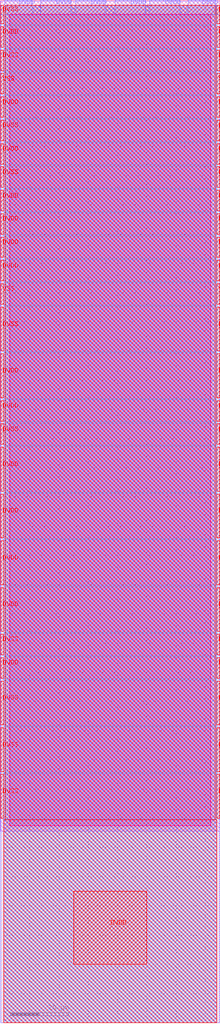
<source format=lef>
VERSION 5.7 ;
  NOWIREEXTENSIONATPIN ON ;
  DIVIDERCHAR "/" ;
  BUSBITCHARS "[]" ;
MACRO gf180mcu_ht_io_fix__dvdd
  CLASS PAD POWER ;
  FOREIGN gf180mcu_ht_io_fix__dvdd ;
  ORIGIN 0.000 0.000 ;
  SIZE 75.000 BY 350.000 ;
  SYMMETRY X Y R90 ;
  SITE GF_IO_Site ;
  PIN DVDD
    DIRECTION INOUT ;
    USE POWER ;
    PORT
      LAYER Metal5 ;
        RECT 25.000 20.000 50.000 45.000 ; 
    END
    PORT
      LAYER Metal5 ;
        RECT 74.000 118.000 75.000 125.000 ;
    END
    PORT
      LAYER Metal5 ;
        RECT 74.000 182.000 75.000 197.000 ;
    END
    PORT
      LAYER Metal5 ;
        RECT 74.000 166.000 75.000 181.000 ;
    END
    PORT
      LAYER Metal5 ;
        RECT 74.000 150.000 75.000 165.000 ;
    END
    PORT
      LAYER Metal5 ;
        RECT 74.000 134.000 75.000 149.000 ;
    END
    PORT
      LAYER Metal5 ;
        RECT 74.000 214.000 75.000 229.000 ;
    END
    PORT
      LAYER Metal5 ;
        RECT 74.000 206.000 75.000 213.000 ;
    END
    PORT
      LAYER Metal5 ;
        RECT 74.000 254.000 75.000 261.000 ;
    END
    PORT
      LAYER Metal5 ;
        RECT 74.000 278.000 75.000 285.000 ;
    END
    PORT
      LAYER Metal5 ;
        RECT 74.000 270.000 75.000 277.000 ;
    END
    PORT
      LAYER Metal5 ;
        RECT 74.000 262.000 75.000 269.000 ;
    END
    PORT
      LAYER Metal5 ;
        RECT 74.000 294.000 75.000 301.000 ;
    END
    PORT
      LAYER Metal5 ;
        RECT 74.000 310.000 75.000 317.000 ;
    END
    PORT
      LAYER Metal5 ;
        RECT 74.000 334.000 75.000 341.000 ;
    END
    PORT
      LAYER Metal4 ;
        RECT 74.000 118.000 75.000 125.000 ;
    END
    PORT
      LAYER Metal4 ;
        RECT 74.000 182.000 75.000 197.000 ;
    END
    PORT
      LAYER Metal4 ;
        RECT 74.000 166.000 75.000 181.000 ;
    END
    PORT
      LAYER Metal4 ;
        RECT 74.000 150.000 75.000 165.000 ;
    END
    PORT
      LAYER Metal4 ;
        RECT 74.000 134.000 75.000 149.000 ;
    END
    PORT
      LAYER Metal4 ;
        RECT 74.000 214.000 75.000 229.000 ;
    END
    PORT
      LAYER Metal4 ;
        RECT 74.000 206.000 75.000 213.000 ;
    END
    PORT
      LAYER Metal4 ;
        RECT 74.000 254.000 75.000 261.000 ;
    END
    PORT
      LAYER Metal4 ;
        RECT 74.000 278.000 75.000 285.000 ;
    END
    PORT
      LAYER Metal4 ;
        RECT 74.000 270.000 75.000 277.000 ;
    END
    PORT
      LAYER Metal4 ;
        RECT 74.000 262.000 75.000 269.000 ;
    END
    PORT
      LAYER Metal4 ;
        RECT 74.000 294.000 75.000 301.000 ;
    END
    PORT
      LAYER Metal4 ;
        RECT 74.000 310.000 75.000 317.000 ;
    END
    PORT
      LAYER Metal4 ;
        RECT 74.000 334.000 75.000 341.000 ;
    END
    PORT
      LAYER Metal3 ;
        RECT 74.000 118.000 75.000 125.000 ;
    END
    PORT
      LAYER Metal3 ;
        RECT 74.000 182.000 75.000 197.000 ;
    END
    PORT
      LAYER Metal3 ;
        RECT 74.000 166.000 75.000 181.000 ;
    END
    PORT
      LAYER Metal3 ;
        RECT 74.000 150.000 75.000 165.000 ;
    END
    PORT
      LAYER Metal3 ;
        RECT 74.000 134.000 75.000 149.000 ;
    END
    PORT
      LAYER Metal3 ;
        RECT 74.000 214.000 75.000 229.000 ;
    END
    PORT
      LAYER Metal3 ;
        RECT 74.000 206.000 75.000 213.000 ;
    END
    PORT
      LAYER Metal3 ;
        RECT 74.000 254.000 75.000 261.000 ;
    END
    PORT
      LAYER Metal3 ;
        RECT 74.000 278.000 75.000 285.000 ;
    END
    PORT
      LAYER Metal3 ;
        RECT 74.000 270.000 75.000 277.000 ;
    END
    PORT
      LAYER Metal3 ;
        RECT 74.000 262.000 75.000 269.000 ;
    END
    PORT
      LAYER Metal3 ;
        RECT 74.000 294.000 75.000 301.000 ;
    END
    PORT
      LAYER Metal3 ;
        RECT 74.000 310.000 75.000 317.000 ;
    END
    PORT
      LAYER Metal3 ;
        RECT 74.000 334.000 75.000 341.000 ;
    END
    PORT
      LAYER Metal2 ;
        RECT 1.360 345.345 10.860 350.000 ;
    END
    PORT
      LAYER Metal2 ;
        RECT 13.760 345.345 24.010 350.000 ;
    END
    PORT
      LAYER Metal2 ;
        RECT 25.610 345.345 35.860 350.000 ;
    END
    PORT
      LAYER Metal2 ;
        RECT 39.140 345.345 49.390 350.000 ;
    END
    PORT
      LAYER Metal2 ;
        RECT 50.990 345.345 61.240 350.000 ;
    END
    PORT
      LAYER Metal3 ;
        RECT 0.000 334.000 1.000 341.000 ;
    END
    PORT
      LAYER Metal3 ;
        RECT 0.000 310.000 1.000 317.000 ;
    END
    PORT
      LAYER Metal3 ;
        RECT 0.000 294.000 1.000 301.000 ;
    END
    PORT
      LAYER Metal3 ;
        RECT 0.000 262.000 1.000 269.000 ;
    END
    PORT
      LAYER Metal3 ;
        RECT 0.000 270.000 1.000 277.000 ;
    END
    PORT
      LAYER Metal3 ;
        RECT 0.000 278.000 1.000 285.000 ;
    END
    PORT
      LAYER Metal3 ;
        RECT 0.000 254.000 1.000 261.000 ;
    END
    PORT
      LAYER Metal3 ;
        RECT 0.000 206.000 1.000 213.000 ;
    END
    PORT
      LAYER Metal3 ;
        RECT 0.000 214.000 1.000 229.000 ;
    END
    PORT
      LAYER Metal3 ;
        RECT 0.000 134.000 1.000 149.000 ;
    END
    PORT
      LAYER Metal3 ;
        RECT 0.000 150.000 1.000 165.000 ;
    END
    PORT
      LAYER Metal3 ;
        RECT 0.000 166.000 1.000 181.000 ;
    END
    PORT
      LAYER Metal3 ;
        RECT 0.000 182.000 1.000 197.000 ;
    END
    PORT
      LAYER Metal4 ;
        RECT 0.000 334.000 1.000 341.000 ;
    END
    PORT
      LAYER Metal4 ;
        RECT 0.000 310.000 1.000 317.000 ;
    END
    PORT
      LAYER Metal4 ;
        RECT 0.000 294.000 1.000 301.000 ;
    END
    PORT
      LAYER Metal4 ;
        RECT 0.000 262.000 1.000 269.000 ;
    END
    PORT
      LAYER Metal4 ;
        RECT 0.000 270.000 1.000 277.000 ;
    END
    PORT
      LAYER Metal4 ;
        RECT 0.000 278.000 1.000 285.000 ;
    END
    PORT
      LAYER Metal4 ;
        RECT 0.000 254.000 1.000 261.000 ;
    END
    PORT
      LAYER Metal4 ;
        RECT 0.000 206.000 1.000 213.000 ;
    END
    PORT
      LAYER Metal4 ;
        RECT 0.000 214.000 1.000 229.000 ;
    END
    PORT
      LAYER Metal4 ;
        RECT 0.000 134.000 1.000 149.000 ;
    END
    PORT
      LAYER Metal4 ;
        RECT 0.000 150.000 1.000 165.000 ;
    END
    PORT
      LAYER Metal4 ;
        RECT 0.000 166.000 1.000 181.000 ;
    END
    PORT
      LAYER Metal4 ;
        RECT 0.000 182.000 1.000 197.000 ;
    END
    PORT
      LAYER Metal5 ;
        RECT 0.000 334.000 1.000 341.000 ;
    END
    PORT
      LAYER Metal5 ;
        RECT 0.000 310.000 1.000 317.000 ;
    END
    PORT
      LAYER Metal5 ;
        RECT 0.000 294.000 1.000 301.000 ;
    END
    PORT
      LAYER Metal5 ;
        RECT 0.000 262.000 1.000 269.000 ;
    END
    PORT
      LAYER Metal5 ;
        RECT 0.000 270.000 1.000 277.000 ;
    END
    PORT
      LAYER Metal5 ;
        RECT 0.000 278.000 1.000 285.000 ;
    END
    PORT
      LAYER Metal5 ;
        RECT 0.000 254.000 1.000 261.000 ;
    END
    PORT
      LAYER Metal5 ;
        RECT 0.000 206.000 1.000 213.000 ;
    END
    PORT
      LAYER Metal5 ;
        RECT 0.000 214.000 1.000 229.000 ;
    END
    PORT
      LAYER Metal5 ;
        RECT 0.000 134.000 1.000 149.000 ;
    END
    PORT
      LAYER Metal5 ;
        RECT 0.000 150.000 1.000 165.000 ;
    END
    PORT
      LAYER Metal5 ;
        RECT 0.000 166.000 1.000 181.000 ;
    END
    PORT
      LAYER Metal5 ;
        RECT 0.000 182.000 1.000 197.000 ;
    END
    PORT
      LAYER Metal5 ;
        RECT 0.000 118.000 1.000 125.000 ;
    END
    PORT
      LAYER Metal4 ;
        RECT 0.000 118.000 1.000 125.000 ;
    END
    PORT
      LAYER Metal3 ;
        RECT 0.000 118.000 1.000 125.000 ;
    END
    PORT
      LAYER Metal2 ;
        RECT 64.140 345.345 73.640 350.000 ;
    END
  END DVDD
  PIN DVSS
    DIRECTION INOUT ;
    USE GROUND ;
    PORT
      LAYER Metal5 ;
        RECT 74.000 102.000 75.000 117.000 ;
    END
    PORT
      LAYER Metal5 ;
        RECT 74.000 86.000 75.000 101.000 ;
    END
    PORT
      LAYER Metal5 ;
        RECT 74.000 70.000 75.000 85.000 ;
    END
    PORT
      LAYER Metal5 ;
        RECT 74.000 126.000 75.000 133.000 ;
    END
    PORT
      LAYER Metal5 ;
        RECT 74.000 198.000 75.000 205.000 ;
    END
    PORT
      LAYER Metal5 ;
        RECT 74.000 230.000 75.000 245.000 ;
    END
    PORT
      LAYER Metal5 ;
        RECT 74.000 286.000 75.000 293.000 ;
    END
    PORT
      LAYER Metal5 ;
        RECT 74.000 302.000 75.000 309.000 ;
    END
    PORT
      LAYER Metal5 ;
        RECT 74.000 326.000 75.000 333.000 ;
    END
    PORT
      LAYER Metal5 ;
        RECT 74.000 342.000 75.000 348.390 ;
    END
    PORT
      LAYER Metal4 ;
        RECT 74.000 102.000 75.000 117.000 ;
    END
    PORT
      LAYER Metal4 ;
        RECT 74.000 86.000 75.000 101.000 ;
    END
    PORT
      LAYER Metal4 ;
        RECT 74.000 70.000 75.000 85.000 ;
    END
    PORT
      LAYER Metal4 ;
        RECT 74.000 126.000 75.000 133.000 ;
    END
    PORT
      LAYER Metal4 ;
        RECT 74.000 198.000 75.000 205.000 ;
    END
    PORT
      LAYER Metal4 ;
        RECT 74.000 230.000 75.000 245.000 ;
    END
    PORT
      LAYER Metal4 ;
        RECT 74.000 286.000 75.000 293.000 ;
    END
    PORT
      LAYER Metal4 ;
        RECT 74.000 302.000 75.000 309.000 ;
    END
    PORT
      LAYER Metal4 ;
        RECT 74.000 326.000 75.000 333.000 ;
    END
    PORT
      LAYER Metal4 ;
        RECT 74.000 342.000 75.000 348.390 ;
    END
    PORT
      LAYER Metal3 ;
        RECT 74.000 102.000 75.000 117.000 ;
    END
    PORT
      LAYER Metal3 ;
        RECT 74.000 86.000 75.000 101.000 ;
    END
    PORT
      LAYER Metal3 ;
        RECT 74.000 70.000 75.000 85.000 ;
    END
    PORT
      LAYER Metal3 ;
        RECT 74.000 126.000 75.000 133.000 ;
    END
    PORT
      LAYER Metal3 ;
        RECT 74.000 198.000 75.000 205.000 ;
    END
    PORT
      LAYER Metal3 ;
        RECT 74.000 230.000 75.000 245.000 ;
    END
    PORT
      LAYER Metal3 ;
        RECT 74.000 286.000 75.000 293.000 ;
    END
    PORT
      LAYER Metal3 ;
        RECT 74.000 302.000 75.000 309.000 ;
    END
    PORT
      LAYER Metal3 ;
        RECT 74.000 326.000 75.000 333.000 ;
    END
    PORT
      LAYER Metal3 ;
        RECT 74.000 342.000 75.000 348.390 ;
    END
    PORT
      LAYER Metal3 ;
        RECT 0.000 342.000 1.000 348.390 ;
    END
    PORT
      LAYER Metal3 ;
        RECT 0.000 326.000 1.000 333.000 ;
    END
    PORT
      LAYER Metal3 ;
        RECT 0.000 302.000 1.000 309.000 ;
    END
    PORT
      LAYER Metal3 ;
        RECT 0.000 286.000 1.000 293.000 ;
    END
    PORT
      LAYER Metal3 ;
        RECT 0.000 230.000 1.000 245.000 ;
    END
    PORT
      LAYER Metal3 ;
        RECT 0.000 198.000 1.000 205.000 ;
    END
    PORT
      LAYER Metal3 ;
        RECT 0.000 126.000 1.000 133.000 ;
    END
    PORT
      LAYER Metal3 ;
        RECT 0.000 70.000 1.000 85.000 ;
    END
    PORT
      LAYER Metal3 ;
        RECT 0.000 86.000 1.000 101.000 ;
    END
    PORT
      LAYER Metal4 ;
        RECT 0.000 342.000 1.000 348.390 ;
    END
    PORT
      LAYER Metal4 ;
        RECT 0.000 326.000 1.000 333.000 ;
    END
    PORT
      LAYER Metal4 ;
        RECT 0.000 302.000 1.000 309.000 ;
    END
    PORT
      LAYER Metal4 ;
        RECT 0.000 286.000 1.000 293.000 ;
    END
    PORT
      LAYER Metal4 ;
        RECT 0.000 230.000 1.000 245.000 ;
    END
    PORT
      LAYER Metal4 ;
        RECT 0.000 198.000 1.000 205.000 ;
    END
    PORT
      LAYER Metal4 ;
        RECT 0.000 126.000 1.000 133.000 ;
    END
    PORT
      LAYER Metal4 ;
        RECT 0.000 70.000 1.000 85.000 ;
    END
    PORT
      LAYER Metal4 ;
        RECT 0.000 86.000 1.000 101.000 ;
    END
    PORT
      LAYER Metal5 ;
        RECT 0.000 342.000 1.000 348.390 ;
    END
    PORT
      LAYER Metal5 ;
        RECT 0.000 326.000 1.000 333.000 ;
    END
    PORT
      LAYER Metal5 ;
        RECT 0.000 302.000 1.000 309.000 ;
    END
    PORT
      LAYER Metal5 ;
        RECT 0.000 286.000 1.000 293.000 ;
    END
    PORT
      LAYER Metal5 ;
        RECT 0.000 230.000 1.000 245.000 ;
    END
    PORT
      LAYER Metal5 ;
        RECT 0.000 198.000 1.000 205.000 ;
    END
    PORT
      LAYER Metal5 ;
        RECT 0.000 126.000 1.000 133.000 ;
    END
    PORT
      LAYER Metal5 ;
        RECT 0.000 70.000 1.000 85.000 ;
    END
    PORT
      LAYER Metal5 ;
        RECT 0.000 86.000 1.000 101.000 ;
    END
    PORT
      LAYER Metal5 ;
        RECT 0.000 102.000 1.000 117.000 ;
    END
    PORT
      LAYER Metal4 ;
        RECT 0.000 102.000 1.000 117.000 ;
    END
    PORT
      LAYER Metal3 ;
        RECT 0.000 102.000 1.000 117.000 ;
    END
  END DVSS
  PIN VSS
    DIRECTION INOUT ;
    USE GROUND ;
    PORT
      LAYER Metal5 ;
        RECT 74.000 246.000 75.000 253.000 ;
    END
    PORT
      LAYER Metal5 ;
        RECT 74.000 318.000 75.000 325.000 ;
    END
    PORT
      LAYER Metal4 ;
        RECT 74.000 246.000 75.000 253.000 ;
    END
    PORT
      LAYER Metal4 ;
        RECT 74.000 318.000 75.000 325.000 ;
    END
    PORT
      LAYER Metal3 ;
        RECT 74.000 246.000 75.000 253.000 ;
    END
    PORT
      LAYER Metal3 ;
        RECT 74.000 318.000 75.000 325.000 ;
    END
    PORT
      LAYER Metal3 ;
        RECT 0.000 318.000 1.000 325.000 ;
    END
    PORT
      LAYER Metal4 ;
        RECT 0.000 318.000 1.000 325.000 ;
    END
    PORT
      LAYER Metal5 ;
        RECT 0.000 318.000 1.000 325.000 ;
    END
    PORT
      LAYER Metal5 ;
        RECT 0.000 246.000 1.000 253.000 ;
    END
    PORT
      LAYER Metal4 ;
        RECT 0.000 246.000 1.000 253.000 ;
    END
    PORT
      LAYER Metal3 ;
        RECT 0.000 246.000 1.000 253.000 ;
    END
  END VSS
  OBS
      LAYER Nwell ;
        RECT 3.060 67.480 71.940 345.275 ;
      LAYER Metal1 ;
        RECT -0.160 65.540 75.160 349.785 ;
      LAYER Metal2 ;
        RECT 0.000 345.045 1.060 348.390 ;
        RECT 11.160 345.045 13.460 348.390 ;
        RECT 24.310 345.045 25.310 348.390 ;
        RECT 36.160 345.045 38.840 348.390 ;
        RECT 49.690 345.045 50.690 348.390 ;
        RECT 61.540 345.045 63.840 348.390 ;
        RECT 73.940 345.045 75.000 348.390 ;
        RECT 0.000 0.000 75.000 345.045 ;
      LAYER Metal3 ;
        RECT 1.300 341.700 73.700 348.390 ;
        RECT 1.000 341.300 74.000 341.700 ;
        RECT 1.300 333.700 73.700 341.300 ;
        RECT 1.000 333.300 74.000 333.700 ;
        RECT 1.300 325.700 73.700 333.300 ;
        RECT 1.000 325.300 74.000 325.700 ;
        RECT 1.300 317.700 73.700 325.300 ;
        RECT 1.000 317.300 74.000 317.700 ;
        RECT 1.300 309.700 73.700 317.300 ;
        RECT 1.000 309.300 74.000 309.700 ;
        RECT 1.300 301.700 73.700 309.300 ;
        RECT 1.000 301.300 74.000 301.700 ;
        RECT 1.300 293.700 73.700 301.300 ;
        RECT 1.000 293.300 74.000 293.700 ;
        RECT 1.300 285.700 73.700 293.300 ;
        RECT 1.000 285.300 74.000 285.700 ;
        RECT 1.300 277.700 73.700 285.300 ;
        RECT 1.000 277.300 74.000 277.700 ;
        RECT 1.300 269.700 73.700 277.300 ;
        RECT 1.000 269.300 74.000 269.700 ;
        RECT 1.300 261.700 73.700 269.300 ;
        RECT 1.000 261.300 74.000 261.700 ;
        RECT 1.300 253.700 73.700 261.300 ;
        RECT 1.000 253.300 74.000 253.700 ;
        RECT 1.300 245.700 73.700 253.300 ;
        RECT 1.000 245.300 74.000 245.700 ;
        RECT 1.300 229.700 73.700 245.300 ;
        RECT 1.000 229.300 74.000 229.700 ;
        RECT 1.300 213.700 73.700 229.300 ;
        RECT 1.000 213.300 74.000 213.700 ;
        RECT 1.300 205.700 73.700 213.300 ;
        RECT 1.000 205.300 74.000 205.700 ;
        RECT 1.300 197.700 73.700 205.300 ;
        RECT 1.000 197.300 74.000 197.700 ;
        RECT 1.300 181.700 73.700 197.300 ;
        RECT 1.000 181.300 74.000 181.700 ;
        RECT 1.300 165.700 73.700 181.300 ;
        RECT 1.000 165.300 74.000 165.700 ;
        RECT 1.300 149.700 73.700 165.300 ;
        RECT 1.000 149.300 74.000 149.700 ;
        RECT 1.300 133.700 73.700 149.300 ;
        RECT 1.000 133.300 74.000 133.700 ;
        RECT 1.300 125.700 73.700 133.300 ;
        RECT 1.000 125.300 74.000 125.700 ;
        RECT 1.300 117.700 73.700 125.300 ;
        RECT 1.000 117.300 74.000 117.700 ;
        RECT 1.300 101.700 73.700 117.300 ;
        RECT 1.000 101.300 74.000 101.700 ;
        RECT 1.300 85.700 73.700 101.300 ;
        RECT 1.000 85.300 74.000 85.700 ;
        RECT 1.300 69.700 73.700 85.300 ;
        RECT 1.000 0.000 74.000 69.700 ;
      LAYER Metal4 ;
        RECT 1.300 341.700 73.700 348.390 ;
        RECT 1.000 341.300 74.000 341.700 ;
        RECT 1.300 333.700 73.700 341.300 ;
        RECT 1.000 333.300 74.000 333.700 ;
        RECT 1.300 325.700 73.700 333.300 ;
        RECT 1.000 325.300 74.000 325.700 ;
        RECT 1.300 317.700 73.700 325.300 ;
        RECT 1.000 317.300 74.000 317.700 ;
        RECT 1.300 309.700 73.700 317.300 ;
        RECT 1.000 309.300 74.000 309.700 ;
        RECT 1.300 301.700 73.700 309.300 ;
        RECT 1.000 301.300 74.000 301.700 ;
        RECT 1.300 293.700 73.700 301.300 ;
        RECT 1.000 293.300 74.000 293.700 ;
        RECT 1.300 285.700 73.700 293.300 ;
        RECT 1.000 285.300 74.000 285.700 ;
        RECT 1.300 277.700 73.700 285.300 ;
        RECT 1.000 277.300 74.000 277.700 ;
        RECT 1.300 269.700 73.700 277.300 ;
        RECT 1.000 269.300 74.000 269.700 ;
        RECT 1.300 261.700 73.700 269.300 ;
        RECT 1.000 261.300 74.000 261.700 ;
        RECT 1.300 253.700 73.700 261.300 ;
        RECT 1.000 253.300 74.000 253.700 ;
        RECT 1.300 245.700 73.700 253.300 ;
        RECT 1.000 245.300 74.000 245.700 ;
        RECT 1.300 229.700 73.700 245.300 ;
        RECT 1.000 229.300 74.000 229.700 ;
        RECT 1.300 213.700 73.700 229.300 ;
        RECT 1.000 213.300 74.000 213.700 ;
        RECT 1.300 205.700 73.700 213.300 ;
        RECT 1.000 205.300 74.000 205.700 ;
        RECT 1.300 197.700 73.700 205.300 ;
        RECT 1.000 197.300 74.000 197.700 ;
        RECT 1.300 181.700 73.700 197.300 ;
        RECT 1.000 181.300 74.000 181.700 ;
        RECT 1.300 165.700 73.700 181.300 ;
        RECT 1.000 165.300 74.000 165.700 ;
        RECT 1.300 149.700 73.700 165.300 ;
        RECT 1.000 149.300 74.000 149.700 ;
        RECT 1.300 133.700 73.700 149.300 ;
        RECT 1.000 133.300 74.000 133.700 ;
        RECT 1.300 125.700 73.700 133.300 ;
        RECT 1.000 125.300 74.000 125.700 ;
        RECT 1.300 117.700 73.700 125.300 ;
        RECT 1.000 117.300 74.000 117.700 ;
        RECT 1.300 101.700 73.700 117.300 ;
        RECT 1.000 101.300 74.000 101.700 ;
        RECT 1.300 85.700 73.700 101.300 ;
        RECT 1.000 85.300 74.000 85.700 ;
        RECT 1.300 69.700 73.700 85.300 ;
        RECT 1.000 0.000 74.000 69.700 ;
      LAYER Metal5 ;
        RECT 1.500 69.500 73.500 348.390 ;
        RECT 1.000 0.000 74.000 69.500 ;
  END
END gf180mcu_ht_io_fix__dvdd
END LIBRARY


</source>
